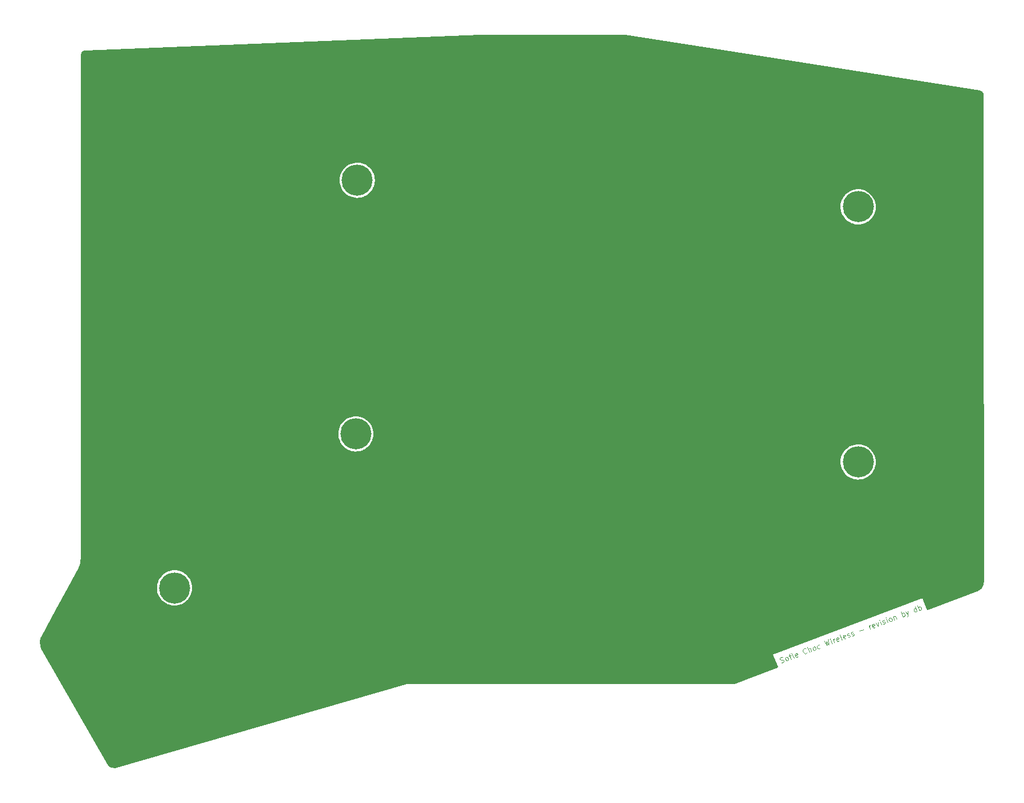
<source format=gbr>
G04 #@! TF.GenerationSoftware,KiCad,Pcbnew,(6.0.5)*
G04 #@! TF.CreationDate,2022-12-06T20:46:01-06:00*
G04 #@! TF.ProjectId,SofleKeyboardBottomPlate,536f666c-654b-4657-9962-6f617264426f,rev?*
G04 #@! TF.SameCoordinates,Original*
G04 #@! TF.FileFunction,Copper,L1,Top*
G04 #@! TF.FilePolarity,Positive*
%FSLAX46Y46*%
G04 Gerber Fmt 4.6, Leading zero omitted, Abs format (unit mm)*
G04 Created by KiCad (PCBNEW (6.0.5)) date 2022-12-06 20:46:01*
%MOMM*%
%LPD*%
G01*
G04 APERTURE LIST*
%ADD10C,0.100000*%
G04 #@! TA.AperFunction,NonConductor*
%ADD11C,0.100000*%
G04 #@! TD*
G04 #@! TA.AperFunction,ComponentPad*
%ADD12C,4.700000*%
G04 #@! TD*
G04 APERTURE END LIST*
D10*
D11*
X194512102Y-130265487D02*
X194632467Y-130260515D01*
X194810529Y-130192876D01*
X194868226Y-130130208D01*
X194890310Y-130081067D01*
X194898867Y-129996315D01*
X194871811Y-129925090D01*
X194809143Y-129867393D01*
X194760003Y-129845308D01*
X194675250Y-129836752D01*
X194519273Y-129855251D01*
X194434520Y-129846694D01*
X194385380Y-129824610D01*
X194322711Y-129766913D01*
X194295656Y-129695688D01*
X194304212Y-129610935D01*
X194326297Y-129561795D01*
X194383994Y-129499127D01*
X194562056Y-129431487D01*
X194682421Y-129426516D01*
X195380327Y-129976430D02*
X195295575Y-129967873D01*
X195246434Y-129945789D01*
X195183766Y-129888092D01*
X195102599Y-129674417D01*
X195111156Y-129589665D01*
X195133240Y-129540524D01*
X195190937Y-129477856D01*
X195297774Y-129437272D01*
X195382527Y-129445829D01*
X195431667Y-129467914D01*
X195494335Y-129525611D01*
X195575503Y-129739285D01*
X195566946Y-129824038D01*
X195544862Y-129873178D01*
X195487165Y-129935846D01*
X195380327Y-129976430D01*
X195653898Y-129301994D02*
X195938798Y-129193771D01*
X195950126Y-129759984D02*
X195706624Y-129118960D01*
X195715181Y-129034208D01*
X195772878Y-128971539D01*
X195844102Y-128944484D01*
X196484312Y-129557065D02*
X196399559Y-129548509D01*
X196336891Y-129490812D01*
X196093389Y-128849788D01*
X197040583Y-129305007D02*
X196982886Y-129367675D01*
X196840436Y-129421787D01*
X196755683Y-129413230D01*
X196693015Y-129355533D01*
X196584792Y-129070634D01*
X196593349Y-128985881D01*
X196651046Y-128923213D01*
X196793495Y-128869101D01*
X196878248Y-128877658D01*
X196940916Y-128935355D01*
X196967972Y-129006580D01*
X196638904Y-129213083D01*
X198380326Y-128755335D02*
X198358242Y-128804475D01*
X198264932Y-128880671D01*
X198193707Y-128907727D01*
X198073342Y-128912698D01*
X197975062Y-128868529D01*
X197912394Y-128810832D01*
X197822670Y-128681910D01*
X197782086Y-128575073D01*
X197763587Y-128419096D01*
X197772144Y-128334343D01*
X197816313Y-128236062D01*
X197909622Y-128159866D01*
X197980847Y-128132811D01*
X198101212Y-128127839D01*
X198150352Y-128149924D01*
X198727894Y-128704809D02*
X198443808Y-127956948D01*
X199048405Y-128583058D02*
X198899599Y-128191321D01*
X198836930Y-128133624D01*
X198752178Y-128125068D01*
X198645340Y-128165651D01*
X198587644Y-128228319D01*
X198565559Y-128277460D01*
X199511367Y-128407195D02*
X199426614Y-128398639D01*
X199377474Y-128376554D01*
X199314805Y-128318857D01*
X199233638Y-128105183D01*
X199242195Y-128020430D01*
X199264279Y-127971290D01*
X199321976Y-127908622D01*
X199428813Y-127868038D01*
X199513566Y-127876594D01*
X199562706Y-127898679D01*
X199625375Y-127956376D01*
X199706542Y-128170050D01*
X199697985Y-128254803D01*
X199675901Y-128303943D01*
X199618204Y-128366612D01*
X199511367Y-128407195D01*
X200388149Y-128033386D02*
X200330452Y-128096054D01*
X200188002Y-128150165D01*
X200103250Y-128141609D01*
X200054109Y-128119524D01*
X199991441Y-128061827D01*
X199910274Y-127848153D01*
X199918830Y-127763400D01*
X199940915Y-127714260D01*
X199998612Y-127651592D01*
X200141062Y-127597480D01*
X200225814Y-127606037D01*
X200936676Y-127009996D02*
X201398824Y-127690217D01*
X201338355Y-127101920D01*
X201683723Y-127581994D01*
X201577700Y-126766494D01*
X202146685Y-127406132D02*
X201957294Y-126907558D01*
X201862599Y-126658271D02*
X201840515Y-126707412D01*
X201889655Y-126729496D01*
X201911739Y-126680356D01*
X201862599Y-126658271D01*
X201889655Y-126729496D01*
X202502809Y-127270853D02*
X202313418Y-126772279D01*
X202367530Y-126914729D02*
X202376087Y-126829976D01*
X202398171Y-126780836D01*
X202455868Y-126718168D01*
X202527093Y-126691112D01*
X203237141Y-126951155D02*
X203179444Y-127013823D01*
X203036995Y-127067935D01*
X202952242Y-127059378D01*
X202889574Y-127001681D01*
X202781351Y-126716782D01*
X202789908Y-126632029D01*
X202847604Y-126569361D01*
X202990054Y-126515249D01*
X203074807Y-126523806D01*
X203137475Y-126581503D01*
X203164531Y-126652728D01*
X202835462Y-126859231D01*
X203713631Y-126810905D02*
X203628878Y-126802348D01*
X203566210Y-126744651D01*
X203322708Y-126103628D01*
X204269901Y-126558846D02*
X204212204Y-126621514D01*
X204069755Y-126675626D01*
X203985002Y-126667069D01*
X203922334Y-126609372D01*
X203814111Y-126324473D01*
X203822667Y-126239720D01*
X203880364Y-126177052D01*
X204022814Y-126122941D01*
X204107567Y-126131497D01*
X204170235Y-126189194D01*
X204197290Y-126260419D01*
X203868222Y-126466923D01*
X204590413Y-126437095D02*
X204675166Y-126445652D01*
X204817615Y-126391540D01*
X204875312Y-126328872D01*
X204883869Y-126244120D01*
X204870341Y-126208507D01*
X204807673Y-126150810D01*
X204722920Y-126142254D01*
X204616083Y-126182837D01*
X204531330Y-126174281D01*
X204468662Y-126116584D01*
X204455134Y-126080971D01*
X204463691Y-125996219D01*
X204521388Y-125933550D01*
X204628225Y-125892967D01*
X204712977Y-125901523D01*
X205195824Y-126207121D02*
X205280576Y-126215678D01*
X205423026Y-126161566D01*
X205480723Y-126098898D01*
X205489280Y-126014146D01*
X205475752Y-125978533D01*
X205413084Y-125920836D01*
X205328331Y-125912280D01*
X205221494Y-125952863D01*
X205136741Y-125944307D01*
X205074073Y-125886610D01*
X205060545Y-125850997D01*
X205069102Y-125766245D01*
X205126798Y-125703576D01*
X205233636Y-125662993D01*
X205318388Y-125671549D01*
X206311950Y-125497886D02*
X206881749Y-125281440D01*
X207915895Y-125214615D02*
X207726504Y-124716041D01*
X207780616Y-124858490D02*
X207789172Y-124773738D01*
X207811257Y-124724597D01*
X207868954Y-124661929D01*
X207940179Y-124634874D01*
X208650227Y-124894917D02*
X208592530Y-124957585D01*
X208450081Y-125011696D01*
X208365328Y-125003140D01*
X208302660Y-124945443D01*
X208194437Y-124660543D01*
X208202993Y-124575791D01*
X208260690Y-124513123D01*
X208403140Y-124459011D01*
X208487893Y-124467568D01*
X208550561Y-124525265D01*
X208577617Y-124596489D01*
X208248548Y-124802993D01*
X208759264Y-124323732D02*
X209126716Y-124754666D01*
X209115388Y-124188453D01*
X209589678Y-124578804D02*
X209400287Y-124080230D01*
X209305592Y-123830943D02*
X209283508Y-123880084D01*
X209332648Y-123902168D01*
X209354732Y-123853028D01*
X209305592Y-123830943D01*
X209332648Y-123902168D01*
X209896661Y-124421441D02*
X209981414Y-124429997D01*
X210123864Y-124375886D01*
X210181561Y-124313218D01*
X210190117Y-124228465D01*
X210176589Y-124192852D01*
X210113921Y-124135155D01*
X210029169Y-124126599D01*
X209922331Y-124167182D01*
X209837579Y-124158626D01*
X209774910Y-124100929D01*
X209761383Y-124065317D01*
X209769939Y-123980564D01*
X209827636Y-123917896D01*
X209934473Y-123877312D01*
X210019226Y-123885869D01*
X210551213Y-124213551D02*
X210361822Y-123714977D01*
X210267127Y-123465691D02*
X210245043Y-123514831D01*
X210294183Y-123536915D01*
X210316267Y-123487775D01*
X210267127Y-123465691D01*
X210294183Y-123536915D01*
X211014174Y-124037689D02*
X210929421Y-124029132D01*
X210880281Y-124007047D01*
X210817613Y-123949350D01*
X210736445Y-123735676D01*
X210745002Y-123650923D01*
X210767087Y-123601783D01*
X210824784Y-123539115D01*
X210931621Y-123498531D01*
X211016373Y-123507088D01*
X211065514Y-123529172D01*
X211128182Y-123586869D01*
X211209349Y-123800544D01*
X211200793Y-123885296D01*
X211178708Y-123934437D01*
X211121011Y-123997105D01*
X211014174Y-124037689D01*
X211394582Y-123322669D02*
X211583972Y-123821242D01*
X211421638Y-123393894D02*
X211443722Y-123344753D01*
X211501419Y-123282085D01*
X211608256Y-123241501D01*
X211693009Y-123250058D01*
X211755677Y-123307755D01*
X211904484Y-123699491D01*
X212830407Y-123347766D02*
X212546321Y-122599906D01*
X212654544Y-122884805D02*
X212712241Y-122822137D01*
X212854691Y-122768025D01*
X212939443Y-122776582D01*
X212988584Y-122798667D01*
X213051252Y-122856364D01*
X213132419Y-123070038D01*
X213123863Y-123154791D01*
X213101778Y-123203931D01*
X213044081Y-123266599D01*
X212901631Y-123320711D01*
X212816879Y-123312154D01*
X213246427Y-122619219D02*
X213613880Y-123050153D01*
X213602551Y-122483940D02*
X213613880Y-123050153D01*
X213610294Y-123255271D01*
X213588210Y-123304411D01*
X213530513Y-123367079D01*
X214967151Y-122536093D02*
X214683065Y-121788233D01*
X214953623Y-122500481D02*
X214895926Y-122563149D01*
X214753477Y-122617261D01*
X214668724Y-122608704D01*
X214619584Y-122586620D01*
X214556915Y-122528923D01*
X214475748Y-122315248D01*
X214484305Y-122230495D01*
X214506389Y-122181355D01*
X214564086Y-122118687D01*
X214706536Y-122064575D01*
X214791289Y-122073132D01*
X215323275Y-122400815D02*
X215039190Y-121652954D01*
X215147413Y-121937853D02*
X215205110Y-121875185D01*
X215347559Y-121821074D01*
X215432312Y-121829630D01*
X215481452Y-121851715D01*
X215544120Y-121909412D01*
X215625288Y-122123086D01*
X215616731Y-122207839D01*
X215594646Y-122256979D01*
X215536950Y-122319647D01*
X215394500Y-122373759D01*
X215309747Y-122365202D01*
D12*
X206097200Y-61503600D03*
X130555000Y-57495000D03*
X206097200Y-100003600D03*
X130355000Y-95775000D03*
X103000000Y-119000000D03*
G04 #@! TA.AperFunction,NonConductor*
G36*
X171017089Y-35513640D02*
G01*
X182949515Y-37396316D01*
X224463867Y-43946374D01*
X224475480Y-43948771D01*
X224592981Y-43978853D01*
X224614234Y-43986376D01*
X224696281Y-44023985D01*
X224715529Y-44034950D01*
X224788901Y-44085781D01*
X224805697Y-44099716D01*
X224869121Y-44162370D01*
X224883196Y-44178904D01*
X224934940Y-44251543D01*
X224946007Y-44270333D01*
X224984488Y-44350887D01*
X224992247Y-44371654D01*
X225016270Y-44458645D01*
X225020301Y-44480806D01*
X225031318Y-44602300D01*
X225031380Y-44602987D01*
X225031895Y-44614300D01*
X225041410Y-64143776D01*
X225067676Y-118054454D01*
X225066184Y-118073849D01*
X225063884Y-118088661D01*
X225062507Y-118097530D01*
X225064583Y-118113360D01*
X225065365Y-118138257D01*
X225054574Y-118297491D01*
X225052257Y-118314457D01*
X225021034Y-118465528D01*
X225014705Y-118496151D01*
X225010103Y-118512660D01*
X224948239Y-118687583D01*
X224941438Y-118703315D01*
X224856410Y-118868218D01*
X224847547Y-118882867D01*
X224766848Y-118997789D01*
X224740920Y-119034713D01*
X224730145Y-119048030D01*
X224603894Y-119184005D01*
X224591415Y-119195732D01*
X224447883Y-119313310D01*
X224433932Y-119323233D01*
X224304031Y-119402910D01*
X224284793Y-119411941D01*
X224280093Y-119414328D01*
X224271596Y-119417216D01*
X224265180Y-119421721D01*
X224255998Y-119425796D01*
X216608345Y-122353387D01*
X216537576Y-122359060D01*
X216474973Y-122325572D01*
X216445511Y-122280458D01*
X216202592Y-121640968D01*
X215779541Y-120527281D01*
X215766880Y-120532091D01*
X215766877Y-120532091D01*
X193313608Y-129061288D01*
X193313606Y-129061289D01*
X193296672Y-129067722D01*
X193301482Y-129080383D01*
X193301482Y-129080386D01*
X193984827Y-130879304D01*
X193990319Y-130950087D01*
X193956670Y-131012604D01*
X193912086Y-131041719D01*
X189465748Y-132743818D01*
X187524950Y-133486773D01*
X187479904Y-133495100D01*
X138301952Y-133495100D01*
X138282073Y-133493522D01*
X138276978Y-133492708D01*
X138259647Y-133489939D01*
X138221842Y-133494729D01*
X138218093Y-133495100D01*
X138214815Y-133495100D01*
X138210383Y-133495735D01*
X138210379Y-133495735D01*
X138195452Y-133497873D01*
X138184330Y-133499466D01*
X138182345Y-133499734D01*
X138174441Y-133500736D01*
X138153453Y-133503395D01*
X138153450Y-133503396D01*
X138148617Y-133504008D01*
X138145453Y-133504920D01*
X138141818Y-133505554D01*
X138133939Y-133506682D01*
X138116028Y-133509247D01*
X138116026Y-133509248D01*
X138107141Y-133510520D01*
X138082898Y-133521543D01*
X138065630Y-133527917D01*
X93999298Y-146223812D01*
X93941875Y-146226705D01*
X93582527Y-146161369D01*
X93565222Y-146156935D01*
X93275914Y-146060498D01*
X93233759Y-146036630D01*
X93060749Y-145888336D01*
X93033559Y-145855547D01*
X82874598Y-128213644D01*
X82863102Y-128186973D01*
X82753314Y-127821013D01*
X82748435Y-127795271D01*
X82706135Y-127287672D01*
X82705700Y-127277208D01*
X82705700Y-126966426D01*
X82708147Y-126941715D01*
X82745810Y-126753400D01*
X82777185Y-126596524D01*
X82789848Y-126561407D01*
X82932848Y-126296365D01*
X85075229Y-122325572D01*
X86884494Y-118972194D01*
X100344801Y-118972194D01*
X100344990Y-118975986D01*
X100354302Y-119163034D01*
X100360691Y-119291382D01*
X100361332Y-119295113D01*
X100361333Y-119295121D01*
X100382872Y-119420468D01*
X100414812Y-119606350D01*
X100415900Y-119609989D01*
X100415901Y-119609992D01*
X100421894Y-119630029D01*
X100506381Y-119912535D01*
X100507894Y-119916006D01*
X100507896Y-119916012D01*
X100555368Y-120024929D01*
X100634070Y-120205501D01*
X100796031Y-120481006D01*
X100798332Y-120484021D01*
X100987617Y-120732044D01*
X100987622Y-120732049D01*
X100989917Y-120735057D01*
X101212920Y-120963976D01*
X101281408Y-121019140D01*
X101458856Y-121162068D01*
X101458861Y-121162072D01*
X101461809Y-121164446D01*
X101732979Y-121333563D01*
X102022502Y-121468877D01*
X102026112Y-121470060D01*
X102026116Y-121470062D01*
X102208863Y-121529970D01*
X102326185Y-121568430D01*
X102639628Y-121630777D01*
X102643400Y-121631064D01*
X102643408Y-121631065D01*
X102954515Y-121654730D01*
X102954520Y-121654730D01*
X102958292Y-121655017D01*
X103277559Y-121640799D01*
X103281297Y-121640177D01*
X103281305Y-121640176D01*
X103589072Y-121588949D01*
X103589080Y-121588947D01*
X103592806Y-121588327D01*
X103899466Y-121498363D01*
X104193097Y-121372209D01*
X104196375Y-121370305D01*
X104196381Y-121370302D01*
X104357126Y-121276933D01*
X104469445Y-121211693D01*
X104724509Y-121019140D01*
X104954592Y-120797339D01*
X105005298Y-120735057D01*
X105153965Y-120552447D01*
X105156362Y-120549503D01*
X105326897Y-120279222D01*
X105463725Y-119990411D01*
X105488547Y-119916012D01*
X105563669Y-119690841D01*
X105564866Y-119687254D01*
X105628854Y-119374141D01*
X105654763Y-119055609D01*
X105655345Y-119000000D01*
X105653898Y-118975986D01*
X105636341Y-118684773D01*
X105636341Y-118684769D01*
X105636113Y-118680995D01*
X105578697Y-118366611D01*
X105557233Y-118297484D01*
X105500058Y-118113353D01*
X105483927Y-118061402D01*
X105353176Y-117769789D01*
X105188339Y-117495996D01*
X105186012Y-117493012D01*
X105186007Y-117493005D01*
X104994140Y-117246984D01*
X104994138Y-117246981D01*
X104991804Y-117243989D01*
X104766416Y-117017418D01*
X104635725Y-116914390D01*
X104518419Y-116821913D01*
X104518412Y-116821908D01*
X104515441Y-116819566D01*
X104242515Y-116653297D01*
X103951591Y-116521022D01*
X103646882Y-116424655D01*
X103507342Y-116398415D01*
X103336527Y-116366293D01*
X103336522Y-116366292D01*
X103332803Y-116365593D01*
X103013903Y-116344691D01*
X103010124Y-116344899D01*
X103010122Y-116344899D01*
X102913214Y-116350232D01*
X102694802Y-116362253D01*
X102691075Y-116362914D01*
X102691071Y-116362914D01*
X102437324Y-116407884D01*
X102380122Y-116418022D01*
X102376497Y-116419127D01*
X102376492Y-116419128D01*
X102138656Y-116491616D01*
X102074421Y-116511193D01*
X101782127Y-116640415D01*
X101507475Y-116803816D01*
X101504474Y-116806132D01*
X101504470Y-116806134D01*
X101257445Y-116996712D01*
X101254442Y-116999029D01*
X101026694Y-117223227D01*
X100827530Y-117473163D01*
X100659835Y-117745215D01*
X100526038Y-118035443D01*
X100428078Y-118339643D01*
X100427359Y-118343359D01*
X100427357Y-118343367D01*
X100422860Y-118366611D01*
X100367372Y-118653408D01*
X100367105Y-118657184D01*
X100367104Y-118657189D01*
X100345069Y-118968405D01*
X100344801Y-118972194D01*
X86884494Y-118972194D01*
X88510839Y-115957847D01*
X88513022Y-115954339D01*
X88515773Y-115951449D01*
X88547460Y-115890017D01*
X88548551Y-115887949D01*
X88559927Y-115866864D01*
X88562057Y-115862917D01*
X88563291Y-115859563D01*
X88564734Y-115856575D01*
X88564845Y-115856312D01*
X88567078Y-115851983D01*
X88576098Y-115824923D01*
X88577381Y-115821264D01*
X88596512Y-115769264D01*
X88596513Y-115769262D01*
X88599613Y-115760834D01*
X88600051Y-115754400D01*
X88602048Y-115747073D01*
X88756663Y-115283229D01*
X88760739Y-115272621D01*
X88763223Y-115266937D01*
X88767946Y-115259306D01*
X88783165Y-115204260D01*
X88785072Y-115198003D01*
X88789735Y-115184014D01*
X88791152Y-115179762D01*
X88791952Y-115175352D01*
X88791955Y-115175341D01*
X88792458Y-115172570D01*
X88794987Y-115161501D01*
X88796470Y-115156135D01*
X88797770Y-115151435D01*
X88798332Y-115146584D01*
X88799912Y-115132945D01*
X88801099Y-115124945D01*
X88810573Y-115072737D01*
X88809632Y-115063804D01*
X88809966Y-115054838D01*
X88810352Y-115054852D01*
X88810416Y-115042206D01*
X88876034Y-114475458D01*
X88876696Y-114470577D01*
X88880208Y-114448026D01*
X88880208Y-114448024D01*
X88880957Y-114443215D01*
X88880957Y-114438339D01*
X88881010Y-114437654D01*
X88881080Y-114434499D01*
X88881267Y-114430260D01*
X88881782Y-114425813D01*
X88881003Y-114396947D01*
X88880957Y-114393549D01*
X88880988Y-99975794D01*
X203442001Y-99975794D01*
X203457891Y-100294982D01*
X203458532Y-100298713D01*
X203458533Y-100298721D01*
X203471461Y-100373954D01*
X203512012Y-100609950D01*
X203603581Y-100916135D01*
X203605094Y-100919606D01*
X203605096Y-100919612D01*
X203692461Y-101120059D01*
X203731270Y-101209101D01*
X203893231Y-101484606D01*
X203895532Y-101487621D01*
X204084817Y-101735644D01*
X204084822Y-101735649D01*
X204087117Y-101738657D01*
X204310120Y-101967576D01*
X204378608Y-102022740D01*
X204556056Y-102165668D01*
X204556061Y-102165672D01*
X204559009Y-102168046D01*
X204830179Y-102337163D01*
X205119702Y-102472477D01*
X205123312Y-102473660D01*
X205123316Y-102473662D01*
X205306063Y-102533570D01*
X205423385Y-102572030D01*
X205736828Y-102634377D01*
X205740600Y-102634664D01*
X205740608Y-102634665D01*
X206051715Y-102658330D01*
X206051720Y-102658330D01*
X206055492Y-102658617D01*
X206374759Y-102644399D01*
X206378497Y-102643777D01*
X206378505Y-102643776D01*
X206686272Y-102592549D01*
X206686280Y-102592547D01*
X206690006Y-102591927D01*
X206996666Y-102501963D01*
X207290297Y-102375809D01*
X207293575Y-102373905D01*
X207293581Y-102373902D01*
X207454326Y-102280533D01*
X207566645Y-102215293D01*
X207821709Y-102022740D01*
X208051792Y-101800939D01*
X208102498Y-101738657D01*
X208251165Y-101556047D01*
X208253562Y-101553103D01*
X208424097Y-101282822D01*
X208560925Y-100994011D01*
X208585747Y-100919612D01*
X208660869Y-100694441D01*
X208662066Y-100690854D01*
X208726054Y-100377741D01*
X208751963Y-100059209D01*
X208752545Y-100003600D01*
X208751098Y-99979586D01*
X208733541Y-99688373D01*
X208733541Y-99688369D01*
X208733313Y-99684595D01*
X208675897Y-99370211D01*
X208581127Y-99065002D01*
X208450376Y-98773389D01*
X208285539Y-98499596D01*
X208283212Y-98496612D01*
X208283207Y-98496605D01*
X208091340Y-98250584D01*
X208091338Y-98250581D01*
X208089004Y-98247589D01*
X207863616Y-98021018D01*
X207732925Y-97917990D01*
X207615619Y-97825513D01*
X207615612Y-97825508D01*
X207612641Y-97823166D01*
X207568747Y-97796425D01*
X207469979Y-97736255D01*
X207339715Y-97656897D01*
X207048791Y-97524622D01*
X206744082Y-97428255D01*
X206604542Y-97402015D01*
X206433727Y-97369893D01*
X206433722Y-97369892D01*
X206430003Y-97369193D01*
X206111103Y-97348291D01*
X206107324Y-97348499D01*
X206107322Y-97348499D01*
X206010414Y-97353832D01*
X205792002Y-97365853D01*
X205788275Y-97366514D01*
X205788271Y-97366514D01*
X205534524Y-97411484D01*
X205477322Y-97421622D01*
X205473697Y-97422727D01*
X205473692Y-97422728D01*
X205235856Y-97495216D01*
X205171621Y-97514793D01*
X204879327Y-97644015D01*
X204604675Y-97807416D01*
X204601674Y-97809732D01*
X204601670Y-97809734D01*
X204354645Y-98000312D01*
X204351642Y-98002629D01*
X204123894Y-98226827D01*
X203924730Y-98476763D01*
X203757035Y-98748815D01*
X203623238Y-99039043D01*
X203525278Y-99343243D01*
X203524559Y-99346959D01*
X203524557Y-99346967D01*
X203520060Y-99370211D01*
X203464572Y-99657008D01*
X203464305Y-99660784D01*
X203464304Y-99660789D01*
X203462351Y-99688373D01*
X203442001Y-99975794D01*
X88880988Y-99975794D01*
X88880997Y-95747194D01*
X127699801Y-95747194D01*
X127715691Y-96066382D01*
X127716332Y-96070113D01*
X127716333Y-96070121D01*
X127729261Y-96145354D01*
X127769812Y-96381350D01*
X127861381Y-96687535D01*
X127862894Y-96691006D01*
X127862896Y-96691012D01*
X127950261Y-96891459D01*
X127989070Y-96980501D01*
X128151031Y-97256006D01*
X128153332Y-97259021D01*
X128342617Y-97507044D01*
X128342622Y-97507049D01*
X128344917Y-97510057D01*
X128567920Y-97738976D01*
X128672444Y-97823166D01*
X128813856Y-97937068D01*
X128813861Y-97937072D01*
X128816809Y-97939446D01*
X129087979Y-98108563D01*
X129377502Y-98243877D01*
X129381112Y-98245060D01*
X129381116Y-98245062D01*
X129563863Y-98304970D01*
X129681185Y-98343430D01*
X129994628Y-98405777D01*
X129998400Y-98406064D01*
X129998408Y-98406065D01*
X130309515Y-98429730D01*
X130309520Y-98429730D01*
X130313292Y-98430017D01*
X130632559Y-98415799D01*
X130636297Y-98415177D01*
X130636305Y-98415176D01*
X130944072Y-98363949D01*
X130944080Y-98363947D01*
X130947806Y-98363327D01*
X131254466Y-98273363D01*
X131548097Y-98147209D01*
X131551375Y-98145305D01*
X131551381Y-98145302D01*
X131769384Y-98018675D01*
X131824445Y-97986693D01*
X132079509Y-97794140D01*
X132309592Y-97572339D01*
X132360298Y-97510057D01*
X132474979Y-97369193D01*
X132511362Y-97324503D01*
X132681897Y-97054222D01*
X132818725Y-96765411D01*
X132843547Y-96691012D01*
X132918669Y-96465841D01*
X132919866Y-96462254D01*
X132983854Y-96149141D01*
X133009763Y-95830609D01*
X133010345Y-95775000D01*
X133008898Y-95750986D01*
X132991341Y-95459773D01*
X132991341Y-95459769D01*
X132991113Y-95455995D01*
X132933697Y-95141611D01*
X132838927Y-94836402D01*
X132708176Y-94544789D01*
X132543339Y-94270996D01*
X132541012Y-94268012D01*
X132541007Y-94268005D01*
X132349140Y-94021984D01*
X132349138Y-94021981D01*
X132346804Y-94018989D01*
X132121416Y-93792418D01*
X131990725Y-93689390D01*
X131873419Y-93596913D01*
X131873412Y-93596908D01*
X131870441Y-93594566D01*
X131597515Y-93428297D01*
X131306591Y-93296022D01*
X131001882Y-93199655D01*
X130862342Y-93173415D01*
X130691527Y-93141293D01*
X130691522Y-93141292D01*
X130687803Y-93140593D01*
X130368903Y-93119691D01*
X130365124Y-93119899D01*
X130365122Y-93119899D01*
X130268214Y-93125232D01*
X130049802Y-93137253D01*
X130046075Y-93137914D01*
X130046071Y-93137914D01*
X129792324Y-93182884D01*
X129735122Y-93193022D01*
X129731497Y-93194127D01*
X129731492Y-93194128D01*
X129493656Y-93266616D01*
X129429421Y-93286193D01*
X129137127Y-93415415D01*
X128862475Y-93578816D01*
X128859474Y-93581132D01*
X128859470Y-93581134D01*
X128612445Y-93771712D01*
X128609442Y-93774029D01*
X128381694Y-93998227D01*
X128182530Y-94248163D01*
X128014835Y-94520215D01*
X127881038Y-94810443D01*
X127783078Y-95114643D01*
X127782359Y-95118359D01*
X127782357Y-95118367D01*
X127777860Y-95141611D01*
X127722372Y-95428408D01*
X127722105Y-95432184D01*
X127722104Y-95432189D01*
X127720151Y-95459773D01*
X127699801Y-95747194D01*
X88880997Y-95747194D01*
X88881071Y-61475794D01*
X203442001Y-61475794D01*
X203457891Y-61794982D01*
X203458532Y-61798713D01*
X203458533Y-61798721D01*
X203471461Y-61873954D01*
X203512012Y-62109950D01*
X203603581Y-62416135D01*
X203605094Y-62419606D01*
X203605096Y-62419612D01*
X203692461Y-62620059D01*
X203731270Y-62709101D01*
X203893231Y-62984606D01*
X203895532Y-62987621D01*
X204084817Y-63235644D01*
X204084822Y-63235649D01*
X204087117Y-63238657D01*
X204310120Y-63467576D01*
X204378608Y-63522740D01*
X204556056Y-63665668D01*
X204556061Y-63665672D01*
X204559009Y-63668046D01*
X204830179Y-63837163D01*
X205119702Y-63972477D01*
X205123312Y-63973660D01*
X205123316Y-63973662D01*
X205306063Y-64033570D01*
X205423385Y-64072030D01*
X205736828Y-64134377D01*
X205740600Y-64134664D01*
X205740608Y-64134665D01*
X206051715Y-64158330D01*
X206051720Y-64158330D01*
X206055492Y-64158617D01*
X206374759Y-64144399D01*
X206378497Y-64143777D01*
X206378505Y-64143776D01*
X206686272Y-64092549D01*
X206686280Y-64092547D01*
X206690006Y-64091927D01*
X206996666Y-64001963D01*
X207290297Y-63875809D01*
X207293575Y-63873905D01*
X207293581Y-63873902D01*
X207454326Y-63780533D01*
X207566645Y-63715293D01*
X207821709Y-63522740D01*
X208051792Y-63300939D01*
X208102498Y-63238657D01*
X208251165Y-63056047D01*
X208253562Y-63053103D01*
X208424097Y-62782822D01*
X208560925Y-62494011D01*
X208585747Y-62419612D01*
X208660869Y-62194441D01*
X208662066Y-62190854D01*
X208726054Y-61877741D01*
X208751963Y-61559209D01*
X208752545Y-61503600D01*
X208751098Y-61479586D01*
X208733541Y-61188373D01*
X208733541Y-61188369D01*
X208733313Y-61184595D01*
X208675897Y-60870211D01*
X208581127Y-60565002D01*
X208450376Y-60273389D01*
X208285539Y-59999596D01*
X208283212Y-59996612D01*
X208283207Y-59996605D01*
X208091340Y-59750584D01*
X208091338Y-59750581D01*
X208089004Y-59747589D01*
X207863616Y-59521018D01*
X207732925Y-59417990D01*
X207615619Y-59325513D01*
X207615612Y-59325508D01*
X207612641Y-59323166D01*
X207339715Y-59156897D01*
X207048791Y-59024622D01*
X206744082Y-58928255D01*
X206604542Y-58902015D01*
X206433727Y-58869893D01*
X206433722Y-58869892D01*
X206430003Y-58869193D01*
X206111103Y-58848291D01*
X206107324Y-58848499D01*
X206107322Y-58848499D01*
X206010414Y-58853832D01*
X205792002Y-58865853D01*
X205788275Y-58866514D01*
X205788271Y-58866514D01*
X205534524Y-58911484D01*
X205477322Y-58921622D01*
X205473697Y-58922727D01*
X205473692Y-58922728D01*
X205235856Y-58995216D01*
X205171621Y-59014793D01*
X204879327Y-59144015D01*
X204604675Y-59307416D01*
X204601674Y-59309732D01*
X204601670Y-59309734D01*
X204405137Y-59461358D01*
X204351642Y-59502629D01*
X204348944Y-59505285D01*
X204142411Y-59708599D01*
X204123894Y-59726827D01*
X203924730Y-59976763D01*
X203757035Y-60248815D01*
X203623238Y-60539043D01*
X203525278Y-60843243D01*
X203524559Y-60846959D01*
X203524557Y-60846967D01*
X203520060Y-60870211D01*
X203464572Y-61157008D01*
X203464305Y-61160784D01*
X203464304Y-61160789D01*
X203462351Y-61188373D01*
X203442001Y-61475794D01*
X88881071Y-61475794D01*
X88881080Y-57467194D01*
X127899801Y-57467194D01*
X127915691Y-57786382D01*
X127916332Y-57790113D01*
X127916333Y-57790121D01*
X127929261Y-57865354D01*
X127969812Y-58101350D01*
X128061381Y-58407535D01*
X128062894Y-58411006D01*
X128062896Y-58411012D01*
X128150261Y-58611459D01*
X128189070Y-58700501D01*
X128351031Y-58976006D01*
X128353332Y-58979021D01*
X128542617Y-59227044D01*
X128542622Y-59227049D01*
X128544917Y-59230057D01*
X128767920Y-59458976D01*
X128836408Y-59514140D01*
X129013856Y-59657068D01*
X129013861Y-59657072D01*
X129016809Y-59659446D01*
X129287979Y-59828563D01*
X129577502Y-59963877D01*
X129581112Y-59965060D01*
X129581116Y-59965062D01*
X129763863Y-60024970D01*
X129881185Y-60063430D01*
X130194628Y-60125777D01*
X130198400Y-60126064D01*
X130198408Y-60126065D01*
X130509515Y-60149730D01*
X130509520Y-60149730D01*
X130513292Y-60150017D01*
X130832559Y-60135799D01*
X130836297Y-60135177D01*
X130836305Y-60135176D01*
X131144072Y-60083949D01*
X131144080Y-60083947D01*
X131147806Y-60083327D01*
X131454466Y-59993363D01*
X131748097Y-59867209D01*
X131751375Y-59865305D01*
X131751381Y-59865302D01*
X131948881Y-59750584D01*
X132024445Y-59706693D01*
X132279509Y-59514140D01*
X132509592Y-59292339D01*
X132560298Y-59230057D01*
X132708965Y-59047447D01*
X132711362Y-59044503D01*
X132784709Y-58928255D01*
X132879875Y-58777427D01*
X132879876Y-58777424D01*
X132881897Y-58774222D01*
X133018725Y-58485411D01*
X133043547Y-58411012D01*
X133118669Y-58185841D01*
X133119866Y-58182254D01*
X133183854Y-57869141D01*
X133209763Y-57550609D01*
X133210345Y-57495000D01*
X133208898Y-57470986D01*
X133191341Y-57179773D01*
X133191341Y-57179769D01*
X133191113Y-57175995D01*
X133133697Y-56861611D01*
X133038927Y-56556402D01*
X132908176Y-56264789D01*
X132743339Y-55990996D01*
X132741012Y-55988012D01*
X132741007Y-55988005D01*
X132549140Y-55741984D01*
X132549138Y-55741981D01*
X132546804Y-55738989D01*
X132321416Y-55512418D01*
X132190725Y-55409390D01*
X132073419Y-55316913D01*
X132073412Y-55316908D01*
X132070441Y-55314566D01*
X131797515Y-55148297D01*
X131506591Y-55016022D01*
X131201882Y-54919655D01*
X131062342Y-54893415D01*
X130891527Y-54861293D01*
X130891522Y-54861292D01*
X130887803Y-54860593D01*
X130568903Y-54839691D01*
X130565124Y-54839899D01*
X130565122Y-54839899D01*
X130468214Y-54845232D01*
X130249802Y-54857253D01*
X130246075Y-54857914D01*
X130246071Y-54857914D01*
X129992324Y-54902884D01*
X129935122Y-54913022D01*
X129931497Y-54914127D01*
X129931492Y-54914128D01*
X129693656Y-54986616D01*
X129629421Y-55006193D01*
X129337127Y-55135415D01*
X129062475Y-55298816D01*
X129059474Y-55301132D01*
X129059470Y-55301134D01*
X128812445Y-55491712D01*
X128809442Y-55494029D01*
X128581694Y-55718227D01*
X128382530Y-55968163D01*
X128214835Y-56240215D01*
X128081038Y-56530443D01*
X127983078Y-56834643D01*
X127982359Y-56838359D01*
X127982357Y-56838367D01*
X127977860Y-56861611D01*
X127922372Y-57148408D01*
X127922105Y-57152184D01*
X127922104Y-57152189D01*
X127920151Y-57179773D01*
X127899801Y-57467194D01*
X88881080Y-57467194D01*
X88881121Y-38596983D01*
X88881756Y-38584348D01*
X88895557Y-38447414D01*
X88900585Y-38422699D01*
X88930264Y-38327078D01*
X88939860Y-38304325D01*
X88987035Y-38217410D01*
X89000585Y-38197328D01*
X89063553Y-38121009D01*
X89080554Y-38104008D01*
X89156866Y-38041044D01*
X89176948Y-38027494D01*
X89263874Y-37980312D01*
X89286623Y-37970716D01*
X89301488Y-37966101D01*
X89382251Y-37941029D01*
X89406962Y-37936001D01*
X89556664Y-37920907D01*
X89564197Y-37920376D01*
X149104933Y-35512203D01*
X149110024Y-35512100D01*
X170997453Y-35512100D01*
X171017089Y-35513640D01*
G37*
G04 #@! TD.AperFunction*
M02*

</source>
